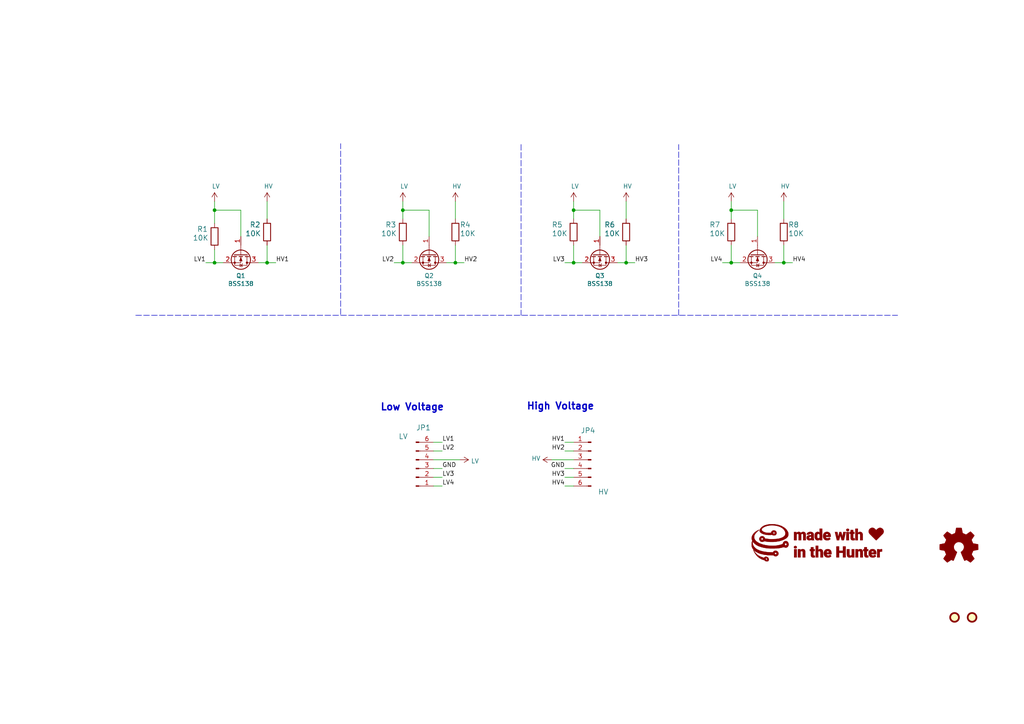
<source format=kicad_sch>
(kicad_sch (version 20211123) (generator eeschema)
  (paper "A4")
  (title_block (title "Logic Level Converter 4ch BiDirectional") (date "2020-08-18") (rev "1") (company "Core Electronics") (comment 1 "Ported to KiCad by Michael Ruppe") (comment 2 "based off https://github.com/sparkfun/Logic_Level_Bidirectional") (comment 3 "http://creativecommons.org/licenses/by-sa/3.0") (comment 4 "Released under the Creative Commons Attribution Share-Alike 3.0 License"))
  (lib_symbols
    (symbol "Connector:Conn_01x06_Male" (pin_names (offset 1.016) hide)
      (property "Reference" "J" (at 0 7.62 0))
      (property "Value" "Conn_01x06_Male" (at 0 -10.16 0))
      (symbol "Conn_01x06_Male_1_1"
        (pin passive line (at 5.08 5.08 180) (length 3.81) (name "Pin_1") (number "1"))
        (pin passive line (at 5.08 2.54 180) (length 3.81) (name "Pin_2") (number "2"))
        (pin passive line (at 5.08 0 180) (length 3.81) (name "Pin_3") (number "3"))
        (pin passive line (at 5.08 -2.54 180) (length 3.81) (name "Pin_4") (number "4"))
        (pin passive line (at 5.08 -5.08 180) (length 3.81) (name "Pin_5") (number "5"))
        (pin passive line (at 5.08 -7.62 180) (length 3.81) (name "Pin_6") (number "6"))
      )
    )
    (symbol "CoreElectronics_Artwork:LOGO_made-with-love" (pin_names (offset 1.016)))
    (symbol "Device:R" (pin_numbers hide) (pin_names (offset 0))
      (property "Reference" "R" (at 2.032 0 90))
      (property "Value" "R" (at 0 0 90))
      (symbol "R_1_1"
        (pin passive line (at 0 3.81 270) (length 1.27) (name "~") (number "1"))
        (pin passive line (at 0 -3.81 90) (length 1.27) (name "~") (number "2"))
      )
    )
    (symbol "Graphic:Logo_Open_Hardware_Small" (pin_names (offset 1.016)))
    (symbol "Mechanical:Fiducial"
      (property "Reference" "FID" (at 0 5.08 0))
      (property "Value" "Fiducial" (at 0 3.175 0))
    )
    (symbol "Transistor_FET:BSS138" (pin_names hide)
      (property "Reference" "Q" (at 5.08 1.905 0))
      (property "Value" "BSS138" (at 5.08 0 0))
      (symbol "BSS138_1_1"
        (pin input line (at -5.08 0 0) (length 2.54) (name "G") (number "1"))
        (pin passive line (at 2.54 -5.08 90) (length 2.54) (name "S") (number "2"))
        (pin passive line (at 2.54 5.08 270) (length 2.54) (name "D") (number "3"))
      )
    )
    (symbol "core-logo:LOGO" (pin_names (offset 1.016)))
    (symbol "logic_level_converter:HV" (power) (pin_names (offset 0))
      (property "Value" "HV" (at 0 3.81 0))
      (symbol "HV_1_1"
        (pin power_in line (at 0 0 90) (length 0) hide (name "HV") (number "1"))
      )
    )
    (symbol "logic_level_converter:LV" (power) (pin_names (offset 0))
      (property "Value" "LV" (at 0 3.81 0))
      (symbol "LV_1_1"
        (pin power_in line (at 0 0 90) (length 0) hide (name "LV") (number "1"))
      )
    )
  )
  (junction (at 227.33 76.2))
  (junction (at 116.84 76.2))
  (junction (at 62.23 60.96))
  (junction (at 212.09 60.96))
  (junction (at 116.84 60.96))
  (junction (at 212.09 76.2))
  (junction (at 181.61 76.2))
  (junction (at 132.08 76.2))
  (junction (at 62.23 76.2))
  (junction (at 166.37 76.2))
  (junction (at 77.47 76.2))
  (junction (at 166.37 60.96))
  (wire (pts (xy 227.33 76.2) (xy 229.87 76.2)))
  (wire (pts (xy 166.37 133.35) (xy 160.02 133.35)))
  (wire (pts (xy 69.85 68.58) (xy 69.85 60.96)))
  (wire (pts (xy 166.37 128.27) (xy 163.83 128.27)))
  (wire (pts (xy 62.23 60.96) (xy 62.23 58.42)))
  (wire (pts (xy 77.47 76.2) (xy 80.01 76.2)))
  (wire (pts (xy 173.99 68.58) (xy 173.99 60.96)))
  (wire (pts (xy 62.23 76.2) (xy 59.69 76.2)))
  (wire (pts (xy 116.84 76.2) (xy 114.3 76.2)))
  (wire (pts (xy 212.09 71.12) (xy 212.09 76.2)))
  (wire (pts (xy 214.63 76.2) (xy 212.09 76.2)))
  (wire (pts (xy 227.33 63.5) (xy 227.33 58.42)))
  (wire (pts (xy 212.09 60.96) (xy 212.09 58.42)))
  (wire (pts (xy 62.23 72.39) (xy 62.23 76.2)))
  (wire (pts (xy 129.54 76.2) (xy 132.08 76.2)))
  (wire (pts (xy 119.38 76.2) (xy 116.84 76.2)))
  (wire (pts (xy 77.47 63.5) (xy 77.47 58.42)))
  (wire (pts (xy 173.99 60.96) (xy 166.37 60.96)))
  (wire (pts (xy 64.77 76.2) (xy 62.23 76.2)))
  (wire (pts (xy 74.93 76.2) (xy 77.47 76.2)))
  (wire (pts (xy 219.71 60.96) (xy 212.09 60.96)))
  (wire (pts (xy 125.73 128.27) (xy 128.27 128.27)))
  (wire (pts (xy 212.09 63.5) (xy 212.09 60.96)))
  (wire (pts (xy 125.73 133.35) (xy 133.35 133.35)))
  (wire (pts (xy 69.85 60.96) (xy 62.23 60.96)))
  (wire (pts (xy 166.37 140.97) (xy 163.83 140.97)))
  (wire (pts (xy 124.46 60.96) (xy 116.84 60.96)))
  (wire (pts (xy 181.61 71.12) (xy 181.61 76.2)))
  (polyline (pts (xy 151.13 41.91) (xy 151.13 91.44)))
  (polyline (pts (xy 196.85 91.44) (xy 196.85 41.91)))
  (wire (pts (xy 181.61 76.2) (xy 184.15 76.2)))
  (polyline (pts (xy 39.37 91.44) (xy 260.35 91.44)))
  (wire (pts (xy 125.73 140.97) (xy 128.27 140.97)))
  (wire (pts (xy 125.73 130.81) (xy 128.27 130.81)))
  (wire (pts (xy 166.37 63.5) (xy 166.37 60.96)))
  (wire (pts (xy 224.79 76.2) (xy 227.33 76.2)))
  (wire (pts (xy 116.84 71.12) (xy 116.84 76.2)))
  (wire (pts (xy 116.84 60.96) (xy 116.84 58.42)))
  (wire (pts (xy 77.47 71.12) (xy 77.47 76.2)))
  (wire (pts (xy 181.61 63.5) (xy 181.61 58.42)))
  (wire (pts (xy 166.37 76.2) (xy 163.83 76.2)))
  (wire (pts (xy 116.84 63.5) (xy 116.84 60.96)))
  (wire (pts (xy 166.37 71.12) (xy 166.37 76.2)))
  (wire (pts (xy 125.73 138.43) (xy 128.27 138.43)))
  (wire (pts (xy 132.08 71.12) (xy 132.08 76.2)))
  (wire (pts (xy 166.37 135.89) (xy 163.83 135.89)))
  (wire (pts (xy 166.37 60.96) (xy 166.37 58.42)))
  (wire (pts (xy 219.71 68.58) (xy 219.71 60.96)))
  (wire (pts (xy 132.08 63.5) (xy 132.08 58.42)))
  (wire (pts (xy 212.09 76.2) (xy 209.55 76.2)))
  (wire (pts (xy 179.07 76.2) (xy 181.61 76.2)))
  (wire (pts (xy 166.37 130.81) (xy 163.83 130.81)))
  (wire (pts (xy 166.37 138.43) (xy 163.83 138.43)))
  (wire (pts (xy 124.46 68.58) (xy 124.46 60.96)))
  (wire (pts (xy 62.23 60.96) (xy 62.23 64.77)))
  (wire (pts (xy 125.73 135.89) (xy 128.27 135.89)))
  (wire (pts (xy 132.08 76.2) (xy 134.62 76.2)))
  (wire (pts (xy 227.33 71.12) (xy 227.33 76.2)))
  (wire (pts (xy 168.91 76.2) (xy 166.37 76.2)))
  (polyline (pts (xy 98.806 91.186) (xy 98.806 41.656)))
  (text "Low Voltage" (at 110.236 119.38 0) (effects (font (size 2.0066 2.0066) (thickness 0.4013) bold) (justify left bottom)))
  (text "High Voltage" (at 152.654 119.126 0) (effects (font (size 2.0066 2.0066) (thickness 0.4013) bold) (justify left bottom)))
  (label "LV1" (at 128.27 128.27 0))
  (label "HV1" (at 80.01 76.2 0))
  (label "HV3" (at 184.15 76.2 0))
  (label "LV2" (at 114.3 76.2 180))
  (label "LV3" (at 163.83 76.2 180))
  (label "LV4" (at 128.27 140.97 0))
  (label "LV4" (at 209.55 76.2 180))
  (label "LV3" (at 128.27 138.43 0))
  (label "HV2" (at 134.62 76.2 0))
  (label "HV2" (at 163.83 130.81 180))
  (label "LV2" (at 128.27 130.81 0))
  (label "LV1" (at 59.69 76.2 180))
  (label "HV3" (at 163.83 138.43 180))
  (label "HV1" (at 163.83 128.27 180))
  (label "GND" (at 128.27 135.89 0))
  (label "HV4" (at 229.87 76.2 0))
  (label "GND" (at 163.83 135.89 180))
  (label "HV4" (at 163.83 140.97 180))
  (symbol (lib_id "Connector:Conn_01x06_Male") (at 120.65 135.89 0) (mirror x) (unit 1)
    (property "Reference" "JP1" (at 120.65 123.19 0) (effects (font (size 1.4986 1.4986)) (justify left bottom)))
    (property "Value" "LV" (at 115.57 125.73 0) (effects (font (size 1.4986 1.4986)) (justify left bottom)))
    (property "Footprint" "Connector_PinHeader_2.54mm:PinHeader_1x06_P2.54mm_Vertical" (effects hide))
  )
  (symbol (lib_id "Mechanical:Fiducial") (at 281.94 179.07 90) (unit 1)
    (property "Reference" "JP3" (effects hide))
    (property "Value" "FIDUCIALUFIDUCIAL" (effects hide))
    (property "Footprint" "Fiducial:Fiducial_0.5mm_Mask1mm" (effects hide))
    (property "Datasheet" "-" (effects hide))
    (property "Supplier Link" "-" (effects hide))
  )
  (symbol (lib_id "Device:R") (at 62.23 68.58 0) (unit 1)
    (property "Reference" "R1" (at 57.15 67.31 0) (effects (font (size 1.4986 1.4986)) (justify left bottom)))
    (property "Value" "10K" (at 55.88 69.85 0) (effects (font (size 1.4986 1.4986)) (justify left bottom)))
    (property "Footprint" "Resistor_SMD:R_0603_1608Metric" (effects hide))
  )
  (symbol (lib_id "Device:R") (at 77.47 67.31 0) (unit 1)
    (property "Reference" "R2" (at 72.39 66.04 0) (effects (font (size 1.4986 1.4986)) (justify left bottom)))
    (property "Value" "10K" (at 71.12 68.58 0) (effects (font (size 1.4986 1.4986)) (justify left bottom)))
    (property "Footprint" "Resistor_SMD:R_0603_1608Metric" (effects hide))
  )
  (symbol (lib_id "Device:R") (at 116.84 67.31 0) (unit 1)
    (property "Reference" "R3" (at 111.76 66.04 0) (effects (font (size 1.4986 1.4986)) (justify left bottom)))
    (property "Value" "10K" (at 110.49 68.58 0) (effects (font (size 1.4986 1.4986)) (justify left bottom)))
    (property "Footprint" "Resistor_SMD:R_0603_1608Metric" (effects hide))
  )
  (symbol (lib_id "Device:R") (at 132.08 67.31 0) (unit 1)
    (property "Reference" "R4" (at 133.35 66.04 0) (effects (font (size 1.4986 1.4986)) (justify left bottom)))
    (property "Value" "10K" (at 133.35 68.58 0) (effects (font (size 1.4986 1.4986)) (justify left bottom)))
    (property "Footprint" "Resistor_SMD:R_0603_1608Metric" (effects hide))
  )
  (symbol (lib_id "Device:R") (at 166.37 67.31 0) (unit 1)
    (property "Reference" "R5" (at 160.02 66.04 0) (effects (font (size 1.4986 1.4986)) (justify left bottom)))
    (property "Value" "10K" (at 160.02 68.58 0) (effects (font (size 1.4986 1.4986)) (justify left bottom)))
    (property "Footprint" "Resistor_SMD:R_0603_1608Metric" (effects hide))
  )
  (symbol (lib_id "Device:R") (at 181.61 67.31 0) (unit 1)
    (property "Reference" "R6" (at 175.26 66.04 0) (effects (font (size 1.4986 1.4986)) (justify left bottom)))
    (property "Value" "10K" (at 175.26 68.58 0) (effects (font (size 1.4986 1.4986)) (justify left bottom)))
    (property "Footprint" "Resistor_SMD:R_0603_1608Metric" (effects hide))
  )
  (symbol (lib_id "Device:R") (at 212.09 67.31 0) (unit 1)
    (property "Reference" "R7" (at 205.74 66.04 0) (effects (font (size 1.4986 1.4986)) (justify left bottom)))
    (property "Value" "10K" (at 205.74 68.58 0) (effects (font (size 1.4986 1.4986)) (justify left bottom)))
    (property "Footprint" "Resistor_SMD:R_0603_1608Metric" (effects hide))
  )
  (symbol (lib_id "Device:R") (at 227.33 67.31 0) (unit 1)
    (property "Reference" "R8" (at 228.6 66.04 0) (effects (font (size 1.4986 1.4986)) (justify left bottom)))
    (property "Value" "10K" (at 228.6 68.58 0) (effects (font (size 1.4986 1.4986)) (justify left bottom)))
    (property "Footprint" "Resistor_SMD:R_0603_1608Metric" (effects hide))
  )
  (symbol (lib_id "Transistor_FET:BSS138") (at 69.85 73.66 270) (unit 1)
    (property "Reference" "Q1" (at 69.85 79.9846 90))
    (property "Value" "BSS138" (at 69.85 82.296 90))
    (property "Footprint" "Package_TO_SOT_SMD:SOT-23" (effects hide))
    (property "Datasheet" "https://www.fairchildsemi.com/datasheets/BS/BSS138.pdf" (effects hide))
  )
  (symbol (lib_id "Graphic:Logo_Open_Hardware_Small") (at 278.13 158.75 0) (unit 1)
    (property "Reference" "LOGO1" (effects hide))
    (property "Value" "Logo_Open_Hardware_Small" (effects hide))
    (property "Footprint" "core-logo:oshw" (effects hide))
  )
  (symbol (lib_id "core-logo:LOGO") (at 223.52 157.48 0) (unit 1)
    (property "Reference" "G1" (effects hide))
    (property "Value" "LOGO" (effects hide))
    (property "Footprint" "core-logo:core-logo" (effects hide))
  )
  (symbol (lib_id "Transistor_FET:BSS138") (at 124.46 73.66 270) (unit 1)
    (property "Reference" "Q2" (at 124.46 79.9846 90))
    (property "Value" "BSS138" (at 124.46 82.296 90))
    (property "Footprint" "Package_TO_SOT_SMD:SOT-23" (effects hide))
    (property "Datasheet" "https://www.fairchildsemi.com/datasheets/BS/BSS138.pdf" (effects hide))
  )
  (symbol (lib_id "Transistor_FET:BSS138") (at 173.99 73.66 270) (unit 1)
    (property "Reference" "Q3" (at 173.99 79.9846 90))
    (property "Value" "BSS138" (at 173.99 82.296 90))
    (property "Footprint" "Package_TO_SOT_SMD:SOT-23" (effects hide))
    (property "Datasheet" "https://www.fairchildsemi.com/datasheets/BS/BSS138.pdf" (effects hide))
  )
  (symbol (lib_id "Transistor_FET:BSS138") (at 219.71 73.66 270) (unit 1)
    (property "Reference" "Q4" (at 219.71 79.9846 90))
    (property "Value" "BSS138" (at 219.71 82.296 90))
    (property "Footprint" "Package_TO_SOT_SMD:SOT-23" (effects hide))
    (property "Datasheet" "https://www.fairchildsemi.com/datasheets/BS/BSS138.pdf" (effects hide))
  )
  (symbol (lib_id "Connector:Conn_01x06_Male") (at 171.45 133.35 0) (mirror y) (unit 1)
    (property "Reference" "JP4" (at 172.72 125.73 0) (effects (font (size 1.4986 1.4986)) (justify left bottom)))
    (property "Value" "HV" (at 176.53 143.51 0) (effects (font (size 1.4986 1.4986)) (justify left bottom)))
    (property "Footprint" "Connector_PinHeader_2.54mm:PinHeader_1x06_P2.54mm_Vertical" (effects hide))
  )
  (symbol (lib_id "logic_level_converter:LV") (at 62.23 58.42 0) (unit 1)
    (property "Reference" "#PWR01" (effects hide))
    (property "Value" "LV" (at 62.611 54.0258 0))
  )
  (symbol (lib_id "logic_level_converter:HV") (at 77.47 58.42 0) (unit 1)
    (property "Reference" "#PWR02" (effects hide))
    (property "Value" "HV" (at 77.851 54.0258 0))
  )
  (symbol (lib_id "logic_level_converter:LV") (at 116.84 58.42 0) (unit 1)
    (property "Reference" "#PWR03" (effects hide))
    (property "Value" "LV" (at 117.221 54.0258 0))
  )
  (symbol (lib_id "logic_level_converter:HV") (at 132.08 58.42 0) (unit 1)
    (property "Reference" "#PWR04" (effects hide))
    (property "Value" "HV" (at 132.461 54.0258 0))
  )
  (symbol (lib_id "logic_level_converter:LV") (at 166.37 58.42 0) (unit 1)
    (property "Reference" "#PWR07" (effects hide))
    (property "Value" "LV" (at 166.751 54.0258 0))
  )
  (symbol (lib_id "logic_level_converter:HV") (at 181.61 58.42 0) (unit 1)
    (property "Reference" "#PWR08" (effects hide))
    (property "Value" "HV" (at 181.991 54.0258 0))
  )
  (symbol (lib_id "logic_level_converter:LV") (at 212.09 58.42 0) (unit 1)
    (property "Reference" "#PWR09" (effects hide))
    (property "Value" "LV" (at 212.471 54.0258 0))
  )
  (symbol (lib_id "logic_level_converter:HV") (at 227.33 58.42 0) (unit 1)
    (property "Reference" "#PWR010" (effects hide))
    (property "Value" "HV" (at 227.711 54.0258 0))
  )
  (symbol (lib_id "logic_level_converter:LV") (at 133.35 133.35 270) (unit 1)
    (property "Reference" "#PWR05" (effects hide))
    (property "Value" "LV" (at 136.6012 133.731 90) (effects (justify left)))
  )
  (symbol (lib_id "logic_level_converter:HV") (at 160.02 133.35 90) (unit 1)
    (property "Reference" "#PWR06" (effects hide))
    (property "Value" "HV" (at 156.7942 132.969 90) (effects (justify left)))
  )
  (symbol (lib_id "Mechanical:Fiducial") (at 276.86 179.07 90) (unit 1)
    (property "Reference" "JP2" (effects hide))
    (property "Value" "FIDUCIALUFIDUCIAL" (effects hide))
    (property "Footprint" "Fiducial:Fiducial_0.5mm_Mask1mm" (effects hide))
    (property "Datasheet" "-" (effects hide))
    (property "Supplier Link" "-" (effects hide))
  )
  (symbol (lib_id "CoreElectronics_Artwork:LOGO_made-with-love") (at 242.57 157.48 0) (unit 1)
    (property "Reference" "G2" (effects hide))
    (property "Value" "LOGO_made-with-love" (effects hide))
    (property "Footprint" "datamatrix:CE07510" (effects hide))
  )
)
</source>
